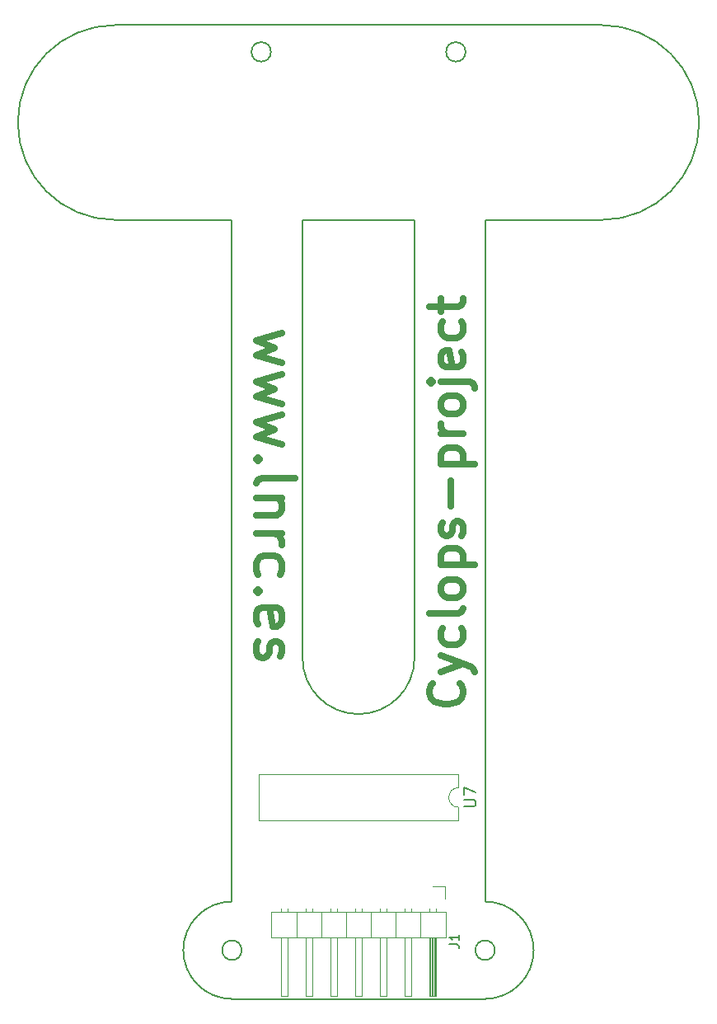
<source format=gto>
G04 #@! TF.FileFunction,Legend,Top*
%FSLAX46Y46*%
G04 Gerber Fmt 4.6, Leading zero omitted, Abs format (unit mm)*
G04 Created by KiCad (PCBNEW 4.0.6) date 08/27/17 17:10:46*
%MOMM*%
%LPD*%
G01*
G04 APERTURE LIST*
%ADD10C,0.100000*%
%ADD11C,0.700000*%
%ADD12C,0.150000*%
%ADD13C,0.120000*%
%ADD14C,0.200000*%
%ADD15C,2.000000*%
%ADD16O,2.000000X2.000000*%
%ADD17R,2.000000X2.800000*%
%ADD18O,2.000000X2.800000*%
%ADD19C,1.800000*%
%ADD20R,2.100000X2.100000*%
%ADD21O,2.100000X2.100000*%
G04 APERTURE END LIST*
D10*
D11*
X136950000Y-120100001D02*
X137116667Y-120266667D01*
X137283333Y-120766667D01*
X137283333Y-121100001D01*
X137116667Y-121600001D01*
X136783333Y-121933334D01*
X136450000Y-122100001D01*
X135783333Y-122266667D01*
X135283333Y-122266667D01*
X134616667Y-122100001D01*
X134283333Y-121933334D01*
X133950000Y-121600001D01*
X133783333Y-121100001D01*
X133783333Y-120766667D01*
X133950000Y-120266667D01*
X134116667Y-120100001D01*
X134950000Y-118933334D02*
X137283333Y-118100001D01*
X134950000Y-117266667D02*
X137283333Y-118100001D01*
X138116667Y-118433334D01*
X138283333Y-118600001D01*
X138450000Y-118933334D01*
X137116667Y-114433334D02*
X137283333Y-114766667D01*
X137283333Y-115433334D01*
X137116667Y-115766667D01*
X136950000Y-115933334D01*
X136616667Y-116100000D01*
X135616667Y-116100000D01*
X135283333Y-115933334D01*
X135116667Y-115766667D01*
X134950000Y-115433334D01*
X134950000Y-114766667D01*
X135116667Y-114433334D01*
X137283333Y-112433334D02*
X137116667Y-112766667D01*
X136783333Y-112933334D01*
X133783333Y-112933334D01*
X137283333Y-110600001D02*
X137116667Y-110933334D01*
X136950000Y-111100001D01*
X136616667Y-111266667D01*
X135616667Y-111266667D01*
X135283333Y-111100001D01*
X135116667Y-110933334D01*
X134950000Y-110600001D01*
X134950000Y-110100001D01*
X135116667Y-109766667D01*
X135283333Y-109600001D01*
X135616667Y-109433334D01*
X136616667Y-109433334D01*
X136950000Y-109600001D01*
X137116667Y-109766667D01*
X137283333Y-110100001D01*
X137283333Y-110600001D01*
X134950000Y-107933334D02*
X138450000Y-107933334D01*
X135116667Y-107933334D02*
X134950000Y-107600000D01*
X134950000Y-106933334D01*
X135116667Y-106600000D01*
X135283333Y-106433334D01*
X135616667Y-106266667D01*
X136616667Y-106266667D01*
X136950000Y-106433334D01*
X137116667Y-106600000D01*
X137283333Y-106933334D01*
X137283333Y-107600000D01*
X137116667Y-107933334D01*
X137116667Y-104933333D02*
X137283333Y-104600000D01*
X137283333Y-103933333D01*
X137116667Y-103600000D01*
X136783333Y-103433333D01*
X136616667Y-103433333D01*
X136283333Y-103600000D01*
X136116667Y-103933333D01*
X136116667Y-104433333D01*
X135950000Y-104766667D01*
X135616667Y-104933333D01*
X135450000Y-104933333D01*
X135116667Y-104766667D01*
X134950000Y-104433333D01*
X134950000Y-103933333D01*
X135116667Y-103600000D01*
X135950000Y-101933334D02*
X135950000Y-99266667D01*
X134950000Y-97600001D02*
X138450000Y-97600001D01*
X135116667Y-97600001D02*
X134950000Y-97266667D01*
X134950000Y-96600001D01*
X135116667Y-96266667D01*
X135283333Y-96100001D01*
X135616667Y-95933334D01*
X136616667Y-95933334D01*
X136950000Y-96100001D01*
X137116667Y-96266667D01*
X137283333Y-96600001D01*
X137283333Y-97266667D01*
X137116667Y-97600001D01*
X137283333Y-94433334D02*
X134950000Y-94433334D01*
X135616667Y-94433334D02*
X135283333Y-94266667D01*
X135116667Y-94100000D01*
X134950000Y-93766667D01*
X134950000Y-93433334D01*
X137283333Y-91766667D02*
X137116667Y-92100000D01*
X136950000Y-92266667D01*
X136616667Y-92433333D01*
X135616667Y-92433333D01*
X135283333Y-92266667D01*
X135116667Y-92100000D01*
X134950000Y-91766667D01*
X134950000Y-91266667D01*
X135116667Y-90933333D01*
X135283333Y-90766667D01*
X135616667Y-90600000D01*
X136616667Y-90600000D01*
X136950000Y-90766667D01*
X137116667Y-90933333D01*
X137283333Y-91266667D01*
X137283333Y-91766667D01*
X134950000Y-89100000D02*
X137950000Y-89100000D01*
X138283333Y-89266666D01*
X138450000Y-89600000D01*
X138450000Y-89766666D01*
X133783333Y-89100000D02*
X133950000Y-89266666D01*
X134116667Y-89100000D01*
X133950000Y-88933333D01*
X133783333Y-89100000D01*
X134116667Y-89100000D01*
X137116667Y-86099999D02*
X137283333Y-86433333D01*
X137283333Y-87099999D01*
X137116667Y-87433333D01*
X136783333Y-87599999D01*
X135450000Y-87599999D01*
X135116667Y-87433333D01*
X134950000Y-87099999D01*
X134950000Y-86433333D01*
X135116667Y-86099999D01*
X135450000Y-85933333D01*
X135783333Y-85933333D01*
X136116667Y-87599999D01*
X137116667Y-82933333D02*
X137283333Y-83266666D01*
X137283333Y-83933333D01*
X137116667Y-84266666D01*
X136950000Y-84433333D01*
X136616667Y-84599999D01*
X135616667Y-84599999D01*
X135283333Y-84433333D01*
X135116667Y-84266666D01*
X134950000Y-83933333D01*
X134950000Y-83266666D01*
X135116667Y-82933333D01*
X134950000Y-81933333D02*
X134950000Y-80599999D01*
X133783333Y-81433333D02*
X136783333Y-81433333D01*
X137116667Y-81266666D01*
X137283333Y-80933333D01*
X137283333Y-80599999D01*
X118657143Y-84138097D02*
X115990476Y-84900001D01*
X117895238Y-85661906D01*
X115990476Y-86423811D01*
X118657143Y-87185716D01*
X118657143Y-88328573D02*
X115990476Y-89090477D01*
X117895238Y-89852382D01*
X115990476Y-90614287D01*
X118657143Y-91376192D01*
X118657143Y-92519049D02*
X115990476Y-93280953D01*
X117895238Y-94042858D01*
X115990476Y-94804763D01*
X118657143Y-95566668D01*
X116371429Y-97090477D02*
X116180952Y-97280953D01*
X115990476Y-97090477D01*
X116180952Y-96900001D01*
X116371429Y-97090477D01*
X115990476Y-97090477D01*
X115990476Y-99566668D02*
X116180952Y-99185715D01*
X116561905Y-98995239D01*
X119990476Y-98995239D01*
X118657143Y-101090477D02*
X115990476Y-101090477D01*
X118276190Y-101090477D02*
X118466667Y-101280953D01*
X118657143Y-101661906D01*
X118657143Y-102233334D01*
X118466667Y-102614286D01*
X118085714Y-102804763D01*
X115990476Y-102804763D01*
X115990476Y-104709525D02*
X118657143Y-104709525D01*
X117895238Y-104709525D02*
X118276190Y-104900001D01*
X118466667Y-105090477D01*
X118657143Y-105471430D01*
X118657143Y-105852382D01*
X116180952Y-108900001D02*
X115990476Y-108519048D01*
X115990476Y-107757144D01*
X116180952Y-107376191D01*
X116371429Y-107185715D01*
X116752381Y-106995239D01*
X117895238Y-106995239D01*
X118276190Y-107185715D01*
X118466667Y-107376191D01*
X118657143Y-107757144D01*
X118657143Y-108519048D01*
X118466667Y-108900001D01*
X116371429Y-110614286D02*
X116180952Y-110804762D01*
X115990476Y-110614286D01*
X116180952Y-110423810D01*
X116371429Y-110614286D01*
X115990476Y-110614286D01*
X116180952Y-114042857D02*
X115990476Y-113661905D01*
X115990476Y-112900000D01*
X116180952Y-112519048D01*
X116561905Y-112328572D01*
X118085714Y-112328572D01*
X118466667Y-112519048D01*
X118657143Y-112900000D01*
X118657143Y-113661905D01*
X118466667Y-114042857D01*
X118085714Y-114233334D01*
X117704762Y-114233334D01*
X117323810Y-112328572D01*
X116180952Y-115757143D02*
X115990476Y-116138095D01*
X115990476Y-116900000D01*
X116180952Y-117280952D01*
X116561905Y-117471428D01*
X116752381Y-117471428D01*
X117133333Y-117280952D01*
X117323810Y-116900000D01*
X117323810Y-116328571D01*
X117514286Y-115947619D01*
X117895238Y-115757143D01*
X118085714Y-115757143D01*
X118466667Y-115947619D01*
X118657143Y-116328571D01*
X118657143Y-116900000D01*
X118466667Y-117280952D01*
D12*
X139500000Y-72500000D02*
X139500000Y-142500000D01*
X113500000Y-72500000D02*
X113500000Y-142500000D01*
X151500000Y-72500000D02*
X139500000Y-72500000D01*
X101500000Y-72500000D02*
X113500000Y-72500000D01*
X120750000Y-72500000D02*
X132250000Y-72500000D01*
X120750000Y-117500000D02*
G75*
G03X132250000Y-117500000I5750000J0D01*
G01*
X132250000Y-72500000D02*
X132250000Y-117500000D01*
X120750000Y-72500000D02*
X120750000Y-117500000D01*
X113500000Y-142500000D02*
G75*
G03X113500000Y-152500000I0J-5000000D01*
G01*
X139500000Y-142500000D02*
G75*
G02X139500000Y-152500000I0J-5000000D01*
G01*
X113500000Y-152500000D02*
X139500000Y-152500000D01*
X140500000Y-147500000D02*
G75*
G03X140500000Y-147500000I-1000000J0D01*
G01*
X114500000Y-147500000D02*
G75*
G03X114500000Y-147500000I-1000000J0D01*
G01*
X101500000Y-72500000D02*
G75*
G02X101500000Y-52500000I0J10000000D01*
G01*
X151500000Y-72500000D02*
G75*
G03X151500000Y-52500000I0J10000000D01*
G01*
X101500000Y-52500000D02*
X151500000Y-52500000D01*
X137500000Y-55250000D02*
G75*
G03X137500000Y-55250000I-1000000J0D01*
G01*
X117500000Y-55250000D02*
G75*
G03X117500000Y-55250000I-1000000J0D01*
G01*
D13*
X136780000Y-130810000D02*
X136780000Y-129440000D01*
X136780000Y-129440000D02*
X116220000Y-129440000D01*
X116220000Y-129440000D02*
X116220000Y-134180000D01*
X116220000Y-134180000D02*
X136780000Y-134180000D01*
X136780000Y-134180000D02*
X136780000Y-132810000D01*
X136780000Y-132810000D02*
G75*
G02X136780000Y-130810000I0J1000000D01*
G01*
X135450000Y-143590000D02*
X132850000Y-143590000D01*
X132850000Y-143590000D02*
X132850000Y-146210000D01*
X132850000Y-146210000D02*
X135450000Y-146210000D01*
X135450000Y-146210000D02*
X135450000Y-143590000D01*
X134500000Y-146210000D02*
X133740000Y-146210000D01*
X133740000Y-146210000D02*
X133740000Y-152210000D01*
X133740000Y-152210000D02*
X134500000Y-152210000D01*
X134500000Y-152210000D02*
X134500000Y-146210000D01*
X134500000Y-143160000D02*
X134500000Y-143590000D01*
X133740000Y-143160000D02*
X133740000Y-143590000D01*
X134380000Y-146210000D02*
X134380000Y-152210000D01*
X134260000Y-146210000D02*
X134260000Y-152210000D01*
X134140000Y-146210000D02*
X134140000Y-152210000D01*
X134020000Y-146210000D02*
X134020000Y-152210000D01*
X133900000Y-146210000D02*
X133900000Y-152210000D01*
X133780000Y-146210000D02*
X133780000Y-152210000D01*
X132850000Y-143590000D02*
X130310000Y-143590000D01*
X130310000Y-143590000D02*
X130310000Y-146210000D01*
X130310000Y-146210000D02*
X132850000Y-146210000D01*
X132850000Y-146210000D02*
X132850000Y-143590000D01*
X131960000Y-146210000D02*
X131200000Y-146210000D01*
X131200000Y-146210000D02*
X131200000Y-152210000D01*
X131200000Y-152210000D02*
X131960000Y-152210000D01*
X131960000Y-152210000D02*
X131960000Y-146210000D01*
X131960000Y-143160000D02*
X131960000Y-143590000D01*
X131200000Y-143160000D02*
X131200000Y-143590000D01*
X130310000Y-143590000D02*
X127770000Y-143590000D01*
X127770000Y-143590000D02*
X127770000Y-146210000D01*
X127770000Y-146210000D02*
X130310000Y-146210000D01*
X130310000Y-146210000D02*
X130310000Y-143590000D01*
X129420000Y-146210000D02*
X128660000Y-146210000D01*
X128660000Y-146210000D02*
X128660000Y-152210000D01*
X128660000Y-152210000D02*
X129420000Y-152210000D01*
X129420000Y-152210000D02*
X129420000Y-146210000D01*
X129420000Y-143160000D02*
X129420000Y-143590000D01*
X128660000Y-143160000D02*
X128660000Y-143590000D01*
X127770000Y-143590000D02*
X125230000Y-143590000D01*
X125230000Y-143590000D02*
X125230000Y-146210000D01*
X125230000Y-146210000D02*
X127770000Y-146210000D01*
X127770000Y-146210000D02*
X127770000Y-143590000D01*
X126880000Y-146210000D02*
X126120000Y-146210000D01*
X126120000Y-146210000D02*
X126120000Y-152210000D01*
X126120000Y-152210000D02*
X126880000Y-152210000D01*
X126880000Y-152210000D02*
X126880000Y-146210000D01*
X126880000Y-143160000D02*
X126880000Y-143590000D01*
X126120000Y-143160000D02*
X126120000Y-143590000D01*
X125230000Y-143590000D02*
X122690000Y-143590000D01*
X122690000Y-143590000D02*
X122690000Y-146210000D01*
X122690000Y-146210000D02*
X125230000Y-146210000D01*
X125230000Y-146210000D02*
X125230000Y-143590000D01*
X124340000Y-146210000D02*
X123580000Y-146210000D01*
X123580000Y-146210000D02*
X123580000Y-152210000D01*
X123580000Y-152210000D02*
X124340000Y-152210000D01*
X124340000Y-152210000D02*
X124340000Y-146210000D01*
X124340000Y-143160000D02*
X124340000Y-143590000D01*
X123580000Y-143160000D02*
X123580000Y-143590000D01*
X122690000Y-143590000D02*
X120150000Y-143590000D01*
X120150000Y-143590000D02*
X120150000Y-146210000D01*
X120150000Y-146210000D02*
X122690000Y-146210000D01*
X122690000Y-146210000D02*
X122690000Y-143590000D01*
X121800000Y-146210000D02*
X121040000Y-146210000D01*
X121040000Y-146210000D02*
X121040000Y-152210000D01*
X121040000Y-152210000D02*
X121800000Y-152210000D01*
X121800000Y-152210000D02*
X121800000Y-146210000D01*
X121800000Y-143160000D02*
X121800000Y-143590000D01*
X121040000Y-143160000D02*
X121040000Y-143590000D01*
X120150000Y-143590000D02*
X117550000Y-143590000D01*
X117550000Y-143590000D02*
X117550000Y-146210000D01*
X117550000Y-146210000D02*
X120150000Y-146210000D01*
X120150000Y-146210000D02*
X120150000Y-143590000D01*
X119260000Y-146210000D02*
X118500000Y-146210000D01*
X118500000Y-146210000D02*
X118500000Y-152210000D01*
X118500000Y-152210000D02*
X119260000Y-152210000D01*
X119260000Y-152210000D02*
X119260000Y-146210000D01*
X119260000Y-143160000D02*
X119260000Y-143590000D01*
X118500000Y-143160000D02*
X118500000Y-143590000D01*
X134120000Y-140980000D02*
X135390000Y-140980000D01*
X135390000Y-140980000D02*
X135390000Y-142250000D01*
D14*
X137342857Y-132724286D02*
X138314286Y-132724286D01*
X138428571Y-132667143D01*
X138485714Y-132610000D01*
X138542857Y-132495714D01*
X138542857Y-132267143D01*
X138485714Y-132152857D01*
X138428571Y-132095714D01*
X138314286Y-132038571D01*
X137342857Y-132038571D01*
X137342857Y-131581428D02*
X137342857Y-130781428D01*
X138542857Y-131295714D01*
D12*
X135842381Y-146898333D02*
X136556667Y-146898333D01*
X136699524Y-146945953D01*
X136794762Y-147041191D01*
X136842381Y-147184048D01*
X136842381Y-147279286D01*
X136842381Y-145898333D02*
X136842381Y-146469762D01*
X136842381Y-146184048D02*
X135842381Y-146184048D01*
X135985238Y-146279286D01*
X136080476Y-146374524D01*
X136128095Y-146469762D01*
%LPC*%
D15*
X101500000Y-56500000D03*
D16*
X111660000Y-56500000D03*
D15*
X111000000Y-68750000D03*
D16*
X100840000Y-68750000D03*
D15*
X115750000Y-77750000D03*
D16*
X115750000Y-67590000D03*
D15*
X121500000Y-56500000D03*
D16*
X131660000Y-56500000D03*
D15*
X119000000Y-68750000D03*
D16*
X129160000Y-68750000D03*
D15*
X134000000Y-77750000D03*
D16*
X134000000Y-67590000D03*
D15*
X141250000Y-56500000D03*
D16*
X151410000Y-56500000D03*
D15*
X137750000Y-77750000D03*
D16*
X137750000Y-67590000D03*
D15*
X142750000Y-68750000D03*
D16*
X152910000Y-68750000D03*
D17*
X135390000Y-128000000D03*
D18*
X117610000Y-135620000D03*
X132850000Y-128000000D03*
X120150000Y-135620000D03*
X130310000Y-128000000D03*
X122690000Y-135620000D03*
X127770000Y-128000000D03*
X125230000Y-135620000D03*
X125230000Y-128000000D03*
X127770000Y-135620000D03*
X122690000Y-128000000D03*
X130310000Y-135620000D03*
X120150000Y-128000000D03*
X132850000Y-135620000D03*
X117610000Y-128000000D03*
X135390000Y-135620000D03*
D19*
X150100000Y-61100000D03*
X152900000Y-61100000D03*
X150100000Y-63900000D03*
X152900000Y-63900000D03*
X140100000Y-61100000D03*
X142900000Y-61100000D03*
X140100000Y-63900000D03*
X142900000Y-63900000D03*
X130100000Y-61100000D03*
X132900000Y-61100000D03*
X130100000Y-63900000D03*
X132900000Y-63900000D03*
X120100000Y-61100000D03*
X122900000Y-61100000D03*
X120100000Y-63900000D03*
X122900000Y-63900000D03*
X110100000Y-61100000D03*
X112900000Y-61100000D03*
X110100000Y-63900000D03*
X112900000Y-63900000D03*
X100100000Y-61100000D03*
X102900000Y-61100000D03*
X100100000Y-63900000D03*
X102900000Y-63900000D03*
D20*
X134120000Y-142250000D03*
D21*
X131580000Y-142250000D03*
X129040000Y-142250000D03*
X126500000Y-142250000D03*
X123960000Y-142250000D03*
X121420000Y-142250000D03*
X118880000Y-142250000D03*
M02*

</source>
